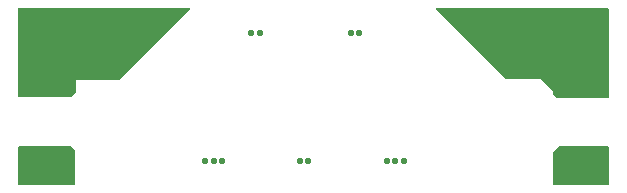
<source format=gbr>
%TF.GenerationSoftware,KiCad,Pcbnew,7.0.6-7.0.6~ubuntu22.04.1*%
%TF.CreationDate,2023-09-01T13:05:29+02:00*%
%TF.ProjectId,si-simulation-test-board,73692d73-696d-4756-9c61-74696f6e2d74,rev?*%
%TF.SameCoordinates,Original*%
%TF.FileFunction,Copper,L2,Inr*%
%TF.FilePolarity,Positive*%
%FSLAX46Y46*%
G04 Gerber Fmt 4.6, Leading zero omitted, Abs format (unit mm)*
G04 Created by KiCad (PCBNEW 7.0.6-7.0.6~ubuntu22.04.1) date 2023-09-01 13:05:29*
%MOMM*%
%LPD*%
G01*
G04 APERTURE LIST*
%TA.AperFunction,ViaPad*%
%ADD10C,0.550000*%
%TD*%
G04 APERTURE END LIST*
D10*
%TO.N,GND*%
X125245000Y-130915000D03*
X110540000Y-130915000D03*
X117840000Y-130915000D03*
X113740000Y-120115000D03*
X122840000Y-120115000D03*
X125945000Y-130915000D03*
X109840000Y-130915000D03*
X122140000Y-120115000D03*
X118540000Y-130915000D03*
X111240000Y-130915000D03*
X126645000Y-130915000D03*
X114440000Y-120115000D03*
%TD*%
%TA.AperFunction,Conductor*%
%TO.N,GND*%
G36*
X98516914Y-129732313D02*
G01*
X98521674Y-129736674D01*
X98778326Y-129993326D01*
X98799718Y-130039202D01*
X98800000Y-130045652D01*
X98800000Y-132925500D01*
X98782687Y-132973066D01*
X98738850Y-132998376D01*
X98726000Y-132999500D01*
X94074500Y-132999500D01*
X94026934Y-132982187D01*
X94001624Y-132938350D01*
X94000500Y-132925500D01*
X94000500Y-129789000D01*
X94017813Y-129741434D01*
X94061650Y-129716124D01*
X94074500Y-129715000D01*
X94100000Y-129715000D01*
X98469348Y-129715000D01*
X98516914Y-129732313D01*
G37*
%TD.AperFunction*%
%TA.AperFunction,Conductor*%
G36*
X143973066Y-129732313D02*
G01*
X143998376Y-129776150D01*
X143999500Y-129789000D01*
X143999500Y-132925500D01*
X143982187Y-132973066D01*
X143938350Y-132998376D01*
X143925500Y-132999500D01*
X139374000Y-132999500D01*
X139326434Y-132982187D01*
X139301124Y-132938350D01*
X139300000Y-132925500D01*
X139300000Y-130245652D01*
X139317313Y-130198086D01*
X139321674Y-130193326D01*
X139778326Y-129736674D01*
X139824202Y-129715282D01*
X139830652Y-129715000D01*
X143925500Y-129715000D01*
X143973066Y-129732313D01*
G37*
%TD.AperFunction*%
%TA.AperFunction,Conductor*%
G36*
X143973066Y-118017813D02*
G01*
X143998376Y-118061650D01*
X143999500Y-118074500D01*
X143999500Y-125541000D01*
X143982187Y-125588566D01*
X143938350Y-125613876D01*
X143925500Y-125615000D01*
X139630652Y-125615000D01*
X139583086Y-125597687D01*
X139578326Y-125593326D01*
X139321674Y-125336674D01*
X139300282Y-125290798D01*
X139300000Y-125284348D01*
X139300000Y-125015000D01*
X138300000Y-124015000D01*
X135330652Y-124015000D01*
X135283086Y-123997687D01*
X135278326Y-123993326D01*
X129411826Y-118126826D01*
X129390434Y-118080950D01*
X129403535Y-118032055D01*
X129444999Y-118003021D01*
X129464152Y-118000500D01*
X143925500Y-118000500D01*
X143973066Y-118017813D01*
G37*
%TD.AperFunction*%
%TA.AperFunction,Conductor*%
G36*
X108583414Y-118017813D02*
G01*
X108608724Y-118061650D01*
X108599934Y-118111500D01*
X108588174Y-118126826D01*
X102621674Y-124093326D01*
X102575798Y-124114718D01*
X102569348Y-124115000D01*
X98900000Y-124115000D01*
X98900000Y-125084348D01*
X98882687Y-125131914D01*
X98878326Y-125136674D01*
X98521674Y-125493326D01*
X98475798Y-125514718D01*
X98469348Y-125515000D01*
X94074500Y-125515000D01*
X94026934Y-125497687D01*
X94001624Y-125453850D01*
X94000500Y-125441000D01*
X94000500Y-118074500D01*
X94017813Y-118026934D01*
X94061650Y-118001624D01*
X94074500Y-118000500D01*
X108535848Y-118000500D01*
X108583414Y-118017813D01*
G37*
%TD.AperFunction*%
%TD*%
M02*

</source>
